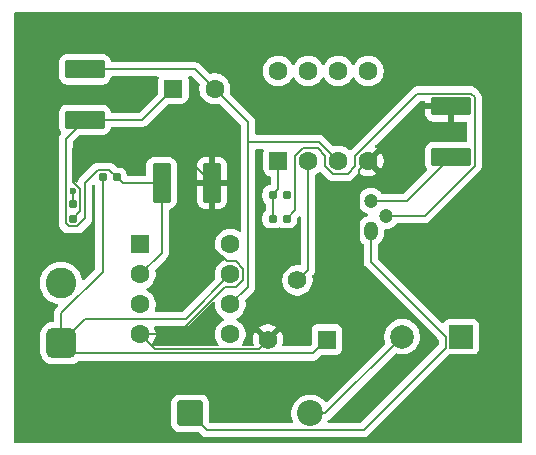
<source format=gbr>
%TF.GenerationSoftware,KiCad,Pcbnew,9.0.6*%
%TF.CreationDate,2025-12-28T16:01:46+05:30*%
%TF.ProjectId,Temp,54656d70-2e6b-4696-9361-645f70636258,rev?*%
%TF.SameCoordinates,Original*%
%TF.FileFunction,Copper,L1,Top*%
%TF.FilePolarity,Positive*%
%FSLAX46Y46*%
G04 Gerber Fmt 4.6, Leading zero omitted, Abs format (unit mm)*
G04 Created by KiCad (PCBNEW 9.0.6) date 2025-12-28 16:01:46*
%MOMM*%
%LPD*%
G01*
G04 APERTURE LIST*
G04 Aperture macros list*
%AMRoundRect*
0 Rectangle with rounded corners*
0 $1 Rounding radius*
0 $2 $3 $4 $5 $6 $7 $8 $9 X,Y pos of 4 corners*
0 Add a 4 corners polygon primitive as box body*
4,1,4,$2,$3,$4,$5,$6,$7,$8,$9,$2,$3,0*
0 Add four circle primitives for the rounded corners*
1,1,$1+$1,$2,$3*
1,1,$1+$1,$4,$5*
1,1,$1+$1,$6,$7*
1,1,$1+$1,$8,$9*
0 Add four rect primitives between the rounded corners*
20,1,$1+$1,$2,$3,$4,$5,0*
20,1,$1+$1,$4,$5,$6,$7,0*
20,1,$1+$1,$6,$7,$8,$9,0*
20,1,$1+$1,$8,$9,$2,$3,0*%
G04 Aperture macros list end*
%TA.AperFunction,ComponentPad*%
%ADD10RoundRect,0.650000X0.650000X-0.650000X0.650000X0.650000X-0.650000X0.650000X-0.650000X-0.650000X0*%
%TD*%
%TA.AperFunction,ComponentPad*%
%ADD11C,2.600000*%
%TD*%
%TA.AperFunction,SMDPad,CuDef*%
%ADD12RoundRect,0.160000X-0.160000X0.197500X-0.160000X-0.197500X0.160000X-0.197500X0.160000X0.197500X0*%
%TD*%
%TA.AperFunction,SMDPad,CuDef*%
%ADD13RoundRect,0.250000X1.450000X-0.537500X1.450000X0.537500X-1.450000X0.537500X-1.450000X-0.537500X0*%
%TD*%
%TA.AperFunction,ComponentPad*%
%ADD14RoundRect,0.249999X-0.850001X-0.850001X0.850001X-0.850001X0.850001X0.850001X-0.850001X0.850001X0*%
%TD*%
%TA.AperFunction,ComponentPad*%
%ADD15C,2.200000*%
%TD*%
%TA.AperFunction,SMDPad,CuDef*%
%ADD16RoundRect,0.250000X-1.450000X0.537500X-1.450000X-0.537500X1.450000X-0.537500X1.450000X0.537500X0*%
%TD*%
%TA.AperFunction,ComponentPad*%
%ADD17RoundRect,0.250000X-0.550000X-0.550000X0.550000X-0.550000X0.550000X0.550000X-0.550000X0.550000X0*%
%TD*%
%TA.AperFunction,ComponentPad*%
%ADD18C,1.600000*%
%TD*%
%TA.AperFunction,ComponentPad*%
%ADD19R,2.000000X2.000000*%
%TD*%
%TA.AperFunction,ComponentPad*%
%ADD20C,2.000000*%
%TD*%
%TA.AperFunction,ComponentPad*%
%ADD21R,1.560000X1.560000*%
%TD*%
%TA.AperFunction,ComponentPad*%
%ADD22C,1.560000*%
%TD*%
%TA.AperFunction,ComponentPad*%
%ADD23RoundRect,0.250000X0.550000X-0.550000X0.550000X0.550000X-0.550000X0.550000X-0.550000X-0.550000X0*%
%TD*%
%TA.AperFunction,SMDPad,CuDef*%
%ADD24RoundRect,0.160000X-0.197500X-0.160000X0.197500X-0.160000X0.197500X0.160000X-0.197500X0.160000X0*%
%TD*%
%TA.AperFunction,SMDPad,CuDef*%
%ADD25RoundRect,0.250000X0.537500X1.450000X-0.537500X1.450000X-0.537500X-1.450000X0.537500X-1.450000X0*%
%TD*%
%TA.AperFunction,ComponentPad*%
%ADD26O,1.200000X1.600000*%
%TD*%
%TA.AperFunction,ComponentPad*%
%ADD27C,1.200000*%
%TD*%
%TA.AperFunction,ViaPad*%
%ADD28C,0.600000*%
%TD*%
%TA.AperFunction,Conductor*%
%ADD29C,0.200000*%
%TD*%
G04 APERTURE END LIST*
D10*
%TO.P,TH1,1*%
%TO.N,Vcc*%
X109000000Y-80040000D03*
D11*
%TO.P,TH1,2*%
%TO.N,Temp_V*%
X109000000Y-74960000D03*
%TD*%
D12*
%TO.P,R1,1*%
%TO.N,Temp_V*%
X110000000Y-68305000D03*
%TO.P,R1,2*%
%TO.N,Gnd*%
X110000000Y-69500000D03*
%TD*%
D13*
%TO.P,R4,1*%
%TO.N,Net-(U1--)*%
X111000000Y-61137500D03*
%TO.P,R4,2*%
%TO.N,Vout*%
X111000000Y-56862500D03*
%TD*%
D14*
%TO.P,D1,1,K*%
%TO.N,Net-(D1-K)*%
X119920000Y-86000000D03*
D15*
%TO.P,D1,2,A*%
%TO.N,Net-(BZ1--)*%
X130080000Y-86000000D03*
%TD*%
D16*
%TO.P,R7,1*%
%TO.N,Gnd*%
X142000000Y-60000000D03*
%TO.P,R7,2*%
%TO.N,Net-(Q1-E)*%
X142000000Y-64275000D03*
%TD*%
D17*
%TO.P,U1,1,NULL*%
%TO.N,unconnected-(U1-NULL-Pad1)*%
X115695000Y-71690000D03*
D18*
%TO.P,U1,2,-*%
%TO.N,Net-(U1--)*%
X115695000Y-74230000D03*
%TO.P,U1,3,+*%
%TO.N,Temp_V*%
X115695000Y-76770000D03*
%TO.P,U1,4,V-*%
%TO.N,Gnd*%
X115695000Y-79310000D03*
%TO.P,U1,5,NULL*%
%TO.N,unconnected-(U1-NULL-Pad5)*%
X123315000Y-79310000D03*
%TO.P,U1,6*%
%TO.N,Vout*%
X123315000Y-76770000D03*
%TO.P,U1,7,V+*%
%TO.N,Vcc*%
X123315000Y-74230000D03*
%TO.P,U1,8,NC*%
%TO.N,unconnected-(U1-NC-Pad8)*%
X123315000Y-71690000D03*
%TD*%
D17*
%TO.P,C1,1*%
%TO.N,Net-(U1--)*%
X118500000Y-58500000D03*
D18*
%TO.P,C1,2*%
%TO.N,Vout*%
X122000000Y-58500000D03*
%TD*%
D19*
%TO.P,BZ1,1,+*%
%TO.N,Vcc*%
X142870785Y-79500000D03*
D20*
%TO.P,BZ1,2,-*%
%TO.N,Net-(BZ1--)*%
X137870785Y-79500000D03*
%TD*%
D21*
%TO.P,RV1,1,1*%
%TO.N,Vcc*%
X131500000Y-79740000D03*
D22*
%TO.P,RV1,2,2*%
%TO.N,Net-(U2A--)*%
X129000000Y-74740000D03*
%TO.P,RV1,3,3*%
%TO.N,Gnd*%
X126500000Y-79740000D03*
%TD*%
D23*
%TO.P,U2,1*%
%TO.N,Comp_out*%
X127380000Y-64620000D03*
D18*
%TO.P,U2,2,-*%
%TO.N,Net-(U2A--)*%
X129920000Y-64620000D03*
%TO.P,U2,3,+*%
%TO.N,Vout*%
X132460000Y-64620000D03*
%TO.P,U2,4,V-*%
%TO.N,Gnd*%
X135000000Y-64620000D03*
%TO.P,U2,5*%
%TO.N,N/C*%
X135000000Y-57000000D03*
%TO.P,U2,6*%
X132460000Y-57000000D03*
%TO.P,U2,7*%
X129920000Y-57000000D03*
%TO.P,U2,8,V+*%
%TO.N,Vcc*%
X127380000Y-57000000D03*
%TD*%
D24*
%TO.P,R6,1*%
%TO.N,Comp_out*%
X126902500Y-69500000D03*
%TO.P,R6,2*%
%TO.N,Net-(Q1-B)*%
X128097500Y-69500000D03*
%TD*%
%TO.P,R2,1*%
%TO.N,Vcc*%
X112500000Y-66000000D03*
%TO.P,R2,2*%
%TO.N,Net-(U1--)*%
X113695000Y-66000000D03*
%TD*%
D25*
%TO.P,R3,1*%
%TO.N,Gnd*%
X121775000Y-66500000D03*
%TO.P,R3,2*%
%TO.N,Net-(U1--)*%
X117500000Y-66500000D03*
%TD*%
D24*
%TO.P,R5,1*%
%TO.N,Comp_out*%
X126902500Y-67510000D03*
%TO.P,R5,2*%
%TO.N,Vcc*%
X128097500Y-67510000D03*
%TD*%
D26*
%TO.P,Q1,1,C*%
%TO.N,Net-(D1-K)*%
X135221961Y-70548039D03*
D27*
%TO.P,Q1,2,B*%
%TO.N,Net-(Q1-B)*%
X136491961Y-69278039D03*
%TO.P,Q1,3,E*%
%TO.N,Net-(Q1-E)*%
X135221961Y-68008039D03*
%TD*%
D28*
%TO.N,Temp_V*%
X109979000Y-67206527D03*
%TD*%
D29*
%TO.N,Vcc*%
X131500000Y-79740000D02*
X130319000Y-80921000D01*
X109000000Y-77500000D02*
X109000000Y-80040000D01*
X109881000Y-80921000D02*
X109000000Y-80040000D01*
X109000000Y-80040000D02*
X111040000Y-78000000D01*
X111040000Y-78000000D02*
X119545000Y-78000000D01*
X112500000Y-66000000D02*
X112500000Y-74000000D01*
X130319000Y-80921000D02*
X109881000Y-80921000D01*
X119545000Y-78000000D02*
X123315000Y-74230000D01*
X112500000Y-74000000D02*
X109000000Y-77500000D01*
%TO.N,Net-(BZ1--)*%
X137870785Y-79500000D02*
X131370785Y-86000000D01*
X131370785Y-86000000D02*
X130080000Y-86000000D01*
%TO.N,Vout*%
X120362500Y-56862500D02*
X122000000Y-58500000D01*
X130840000Y-63000000D02*
X124817000Y-63000000D01*
X132460000Y-64620000D02*
X130840000Y-63000000D01*
X124817000Y-63000000D02*
X124817000Y-75268000D01*
X124817000Y-75268000D02*
X123315000Y-76770000D01*
X122000000Y-58500000D02*
X124817000Y-61317000D01*
X124817000Y-61317000D02*
X124817000Y-63000000D01*
X111000000Y-56862500D02*
X120362500Y-56862500D01*
%TO.N,Net-(U1--)*%
X113695000Y-66000000D02*
X113074000Y-65379000D01*
X113074000Y-65379000D02*
X112107114Y-65379000D01*
X111000000Y-61137500D02*
X115862500Y-61137500D01*
X110355386Y-70158500D02*
X109644614Y-70158500D01*
X115862500Y-61137500D02*
X118500000Y-58500000D01*
X117500000Y-72425000D02*
X115695000Y-74230000D01*
X117500000Y-66500000D02*
X117500000Y-72425000D01*
X111022000Y-69491886D02*
X110355386Y-70158500D01*
X117500000Y-66500000D02*
X114195000Y-66500000D01*
X109644614Y-70158500D02*
X109379000Y-69892886D01*
X109379000Y-62758500D02*
X111000000Y-61137500D01*
X111022000Y-66464114D02*
X111022000Y-69491886D01*
X109379000Y-69892886D02*
X109379000Y-62758500D01*
X112107114Y-65379000D02*
X111022000Y-66464114D01*
X114195000Y-66500000D02*
X113695000Y-66000000D01*
%TO.N,Net-(D1-K)*%
X141569785Y-80430215D02*
X141569785Y-79500000D01*
X121321000Y-87401000D02*
X134599000Y-87401000D01*
X135221961Y-73152176D02*
X135221961Y-70548039D01*
X119920000Y-86000000D02*
X121321000Y-87401000D01*
X141569785Y-79500000D02*
X135221961Y-73152176D01*
X134599000Y-87401000D02*
X141569785Y-80430215D01*
%TO.N,Net-(Q1-B)*%
X130714050Y-63519000D02*
X131359000Y-64163950D01*
X143685160Y-58911500D02*
X144001000Y-59227340D01*
X133899000Y-64163950D02*
X139151450Y-58911500D01*
X128097500Y-69500000D02*
X128819000Y-68778500D01*
X133254050Y-65721000D02*
X133899000Y-65076050D01*
X144001000Y-65047660D02*
X139770621Y-69278039D01*
X131359000Y-64163950D02*
X131359000Y-65076050D01*
X133899000Y-65076050D02*
X133899000Y-64163950D01*
X139770621Y-69278039D02*
X136491961Y-69278039D01*
X132003950Y-65721000D02*
X133254050Y-65721000D01*
X129463950Y-63519000D02*
X130714050Y-63519000D01*
X128819000Y-68778500D02*
X128819000Y-64163950D01*
X128819000Y-64163950D02*
X129463950Y-63519000D01*
X139151450Y-58911500D02*
X143685160Y-58911500D01*
X131359000Y-65076050D02*
X132003950Y-65721000D01*
X144001000Y-59227340D02*
X144001000Y-65047660D01*
%TO.N,Net-(Q1-E)*%
X138266961Y-68008039D02*
X142000000Y-64275000D01*
X135221961Y-68008039D02*
X138266961Y-68008039D01*
%TO.N,Temp_V*%
X110000000Y-68305000D02*
X110000000Y-67227527D01*
X110000000Y-67227527D02*
X109979000Y-67206527D01*
%TO.N,Gnd*%
X110621000Y-67000000D02*
X110621000Y-68879000D01*
X135000000Y-64620000D02*
X134200001Y-65419999D01*
X125720000Y-80520000D02*
X116905000Y-80520000D01*
X123000000Y-73129000D02*
X123771050Y-73129000D01*
X123771050Y-73129000D02*
X124416000Y-73773950D01*
X124416000Y-74686050D02*
X123771050Y-75331000D01*
X134200001Y-65419999D02*
X134200001Y-72039999D01*
X110621000Y-68879000D02*
X110000000Y-69500000D01*
X121775000Y-66500000D02*
X121775000Y-71904000D01*
X139620000Y-60000000D02*
X135000000Y-64620000D01*
X110000000Y-63500000D02*
X110000000Y-66379000D01*
X142000000Y-60000000D02*
X139620000Y-60000000D01*
X134200001Y-72039999D02*
X126500000Y-79740000D01*
X116905000Y-80520000D02*
X115695000Y-79310000D01*
X126500000Y-79740000D02*
X125720000Y-80520000D01*
X118879950Y-79310000D02*
X115695000Y-79310000D01*
X113791114Y-63500000D02*
X110000000Y-63500000D01*
X117775000Y-62500000D02*
X114791114Y-62500000D01*
X123771050Y-75331000D02*
X122858950Y-75331000D01*
X114791114Y-62500000D02*
X113791114Y-63500000D01*
X110000000Y-66379000D02*
X110621000Y-67000000D01*
X121775000Y-66500000D02*
X117775000Y-62500000D01*
X122858950Y-75331000D02*
X118879950Y-79310000D01*
X124416000Y-73773950D02*
X124416000Y-74686050D01*
X121775000Y-71904000D02*
X123000000Y-73129000D01*
%TO.N,Comp_out*%
X127380000Y-67032500D02*
X126902500Y-67510000D01*
X127380000Y-64620000D02*
X127380000Y-67032500D01*
X126902500Y-67510000D02*
X126902500Y-69500000D01*
%TO.N,Net-(U2A--)*%
X129000000Y-74740000D02*
X129920000Y-73820000D01*
X129920000Y-73820000D02*
X129920000Y-64620000D01*
%TD*%
%TA.AperFunction,Conductor*%
%TO.N,Gnd*%
G36*
X121920398Y-76561953D02*
G01*
X121933834Y-76562914D01*
X121951560Y-76576184D01*
X121971703Y-76585383D01*
X121978985Y-76596714D01*
X121989767Y-76604786D01*
X121997504Y-76625531D01*
X122009477Y-76644161D01*
X122012628Y-76666079D01*
X122014184Y-76670250D01*
X122014500Y-76679096D01*
X122014500Y-76872351D01*
X122046522Y-77074534D01*
X122109781Y-77269223D01*
X122173691Y-77394653D01*
X122197014Y-77440426D01*
X122202715Y-77451613D01*
X122323028Y-77617213D01*
X122467786Y-77761971D01*
X122622749Y-77874556D01*
X122633390Y-77882287D01*
X122724840Y-77928883D01*
X122726080Y-77929515D01*
X122776876Y-77977490D01*
X122793671Y-78045311D01*
X122771134Y-78111446D01*
X122726080Y-78150485D01*
X122633386Y-78197715D01*
X122467786Y-78318028D01*
X122323028Y-78462786D01*
X122202715Y-78628386D01*
X122109781Y-78810776D01*
X122046522Y-79005465D01*
X122014500Y-79207648D01*
X122014500Y-79412351D01*
X122046522Y-79614534D01*
X122109781Y-79809223D01*
X122172846Y-79932993D01*
X122195556Y-79977564D01*
X122202715Y-79991613D01*
X122298619Y-80123615D01*
X122322099Y-80189421D01*
X122306273Y-80257475D01*
X122256167Y-80306170D01*
X122198301Y-80320500D01*
X116811081Y-80320500D01*
X116744042Y-80300815D01*
X116698287Y-80248011D01*
X116688343Y-80178853D01*
X116710763Y-80123614D01*
X116806859Y-79991349D01*
X116899755Y-79809031D01*
X116962990Y-79614417D01*
X116995000Y-79412317D01*
X116995000Y-79207682D01*
X116962990Y-79005582D01*
X116899754Y-78810965D01*
X116884381Y-78780794D01*
X116871485Y-78712125D01*
X116897762Y-78647385D01*
X116954869Y-78607128D01*
X116994866Y-78600500D01*
X119458331Y-78600500D01*
X119458347Y-78600501D01*
X119465943Y-78600501D01*
X119624054Y-78600501D01*
X119624057Y-78600501D01*
X119776785Y-78559577D01*
X119841021Y-78522490D01*
X119913716Y-78480520D01*
X120025520Y-78368716D01*
X120025520Y-78368714D01*
X120035724Y-78358511D01*
X120035728Y-78358506D01*
X121802819Y-76591415D01*
X121822255Y-76580802D01*
X121838989Y-76566302D01*
X121852320Y-76564385D01*
X121864142Y-76557930D01*
X121886228Y-76559509D01*
X121908147Y-76556358D01*
X121920398Y-76561953D01*
G37*
%TD.AperFunction*%
%TA.AperFunction,Conductor*%
G36*
X120129442Y-57482685D02*
G01*
X120150084Y-57499319D01*
X120705921Y-58055157D01*
X120739406Y-58116480D01*
X120736173Y-58181149D01*
X120731523Y-58195460D01*
X120731523Y-58195462D01*
X120699500Y-58397648D01*
X120699500Y-58602351D01*
X120731522Y-58804534D01*
X120794781Y-58999223D01*
X120887715Y-59181613D01*
X121008028Y-59347213D01*
X121152786Y-59491971D01*
X121280129Y-59584489D01*
X121318390Y-59612287D01*
X121434607Y-59671503D01*
X121500776Y-59705218D01*
X121500778Y-59705218D01*
X121500781Y-59705220D01*
X121591856Y-59734812D01*
X121695465Y-59768477D01*
X121796557Y-59784488D01*
X121897648Y-59800500D01*
X121897649Y-59800500D01*
X122102351Y-59800500D01*
X122102352Y-59800500D01*
X122304534Y-59768477D01*
X122318842Y-59763827D01*
X122388682Y-59761831D01*
X122444842Y-59794077D01*
X124180181Y-61529416D01*
X124213666Y-61590739D01*
X124216500Y-61617097D01*
X124216500Y-70494108D01*
X124196815Y-70561147D01*
X124144011Y-70606902D01*
X124074853Y-70616846D01*
X124019616Y-70594427D01*
X123996612Y-70577714D01*
X123814223Y-70484781D01*
X123619534Y-70421522D01*
X123444995Y-70393878D01*
X123417352Y-70389500D01*
X123212648Y-70389500D01*
X123188329Y-70393351D01*
X123010465Y-70421522D01*
X122815776Y-70484781D01*
X122633386Y-70577715D01*
X122467786Y-70698028D01*
X122323028Y-70842786D01*
X122202715Y-71008386D01*
X122109781Y-71190776D01*
X122046522Y-71385465D01*
X122014500Y-71587648D01*
X122014500Y-71792351D01*
X122046522Y-71994534D01*
X122109781Y-72189223D01*
X122202715Y-72371613D01*
X122323028Y-72537213D01*
X122467786Y-72681971D01*
X122621583Y-72793709D01*
X122633390Y-72802287D01*
X122724840Y-72848883D01*
X122726080Y-72849515D01*
X122776876Y-72897490D01*
X122793671Y-72965311D01*
X122771134Y-73031446D01*
X122726080Y-73070485D01*
X122633386Y-73117715D01*
X122467786Y-73238028D01*
X122323028Y-73382786D01*
X122202715Y-73548386D01*
X122109781Y-73730776D01*
X122046522Y-73925465D01*
X122014500Y-74127648D01*
X122014500Y-74332351D01*
X122046522Y-74534534D01*
X122051173Y-74548848D01*
X122053165Y-74618690D01*
X122020921Y-74674842D01*
X119332584Y-77363181D01*
X119271261Y-77396666D01*
X119244903Y-77399500D01*
X117028560Y-77399500D01*
X116961521Y-77379815D01*
X116915766Y-77327011D01*
X116905822Y-77257853D01*
X116910627Y-77237189D01*
X116963477Y-77074534D01*
X116995500Y-76872352D01*
X116995500Y-76667648D01*
X116988829Y-76625531D01*
X116963477Y-76465465D01*
X116900218Y-76270776D01*
X116838528Y-76149704D01*
X116807287Y-76088390D01*
X116799556Y-76077749D01*
X116686971Y-75922786D01*
X116542213Y-75778028D01*
X116376614Y-75657715D01*
X116335387Y-75636709D01*
X116283917Y-75610483D01*
X116233123Y-75562511D01*
X116216328Y-75494690D01*
X116238865Y-75428555D01*
X116283917Y-75389516D01*
X116376610Y-75342287D01*
X116529039Y-75231542D01*
X116542213Y-75221971D01*
X116542215Y-75221968D01*
X116542219Y-75221966D01*
X116686966Y-75077219D01*
X116686968Y-75077215D01*
X116686971Y-75077213D01*
X116739732Y-75004590D01*
X116807287Y-74911610D01*
X116900220Y-74729219D01*
X116963477Y-74534534D01*
X116995500Y-74332352D01*
X116995500Y-74127648D01*
X116987804Y-74079055D01*
X116963478Y-73925472D01*
X116963477Y-73925471D01*
X116963477Y-73925466D01*
X116958825Y-73911151D01*
X116956832Y-73841312D01*
X116989075Y-73785158D01*
X117858506Y-72915728D01*
X117858511Y-72915724D01*
X117868714Y-72905520D01*
X117868716Y-72905520D01*
X117980520Y-72793716D01*
X118059577Y-72656784D01*
X118100500Y-72504057D01*
X118100500Y-68809296D01*
X118120185Y-68742257D01*
X118172989Y-68696502D01*
X118185496Y-68691590D01*
X118203735Y-68685546D01*
X118356834Y-68634814D01*
X118506156Y-68542712D01*
X118630212Y-68418656D01*
X118722314Y-68269334D01*
X118777499Y-68102797D01*
X118788000Y-68000009D01*
X118788000Y-67999986D01*
X120487501Y-67999986D01*
X120497994Y-68102697D01*
X120553141Y-68269119D01*
X120553143Y-68269124D01*
X120645184Y-68418345D01*
X120769154Y-68542315D01*
X120918375Y-68634356D01*
X120918380Y-68634358D01*
X121084802Y-68689505D01*
X121084809Y-68689506D01*
X121187519Y-68699999D01*
X121524999Y-68699999D01*
X122025000Y-68699999D01*
X122362472Y-68699999D01*
X122362486Y-68699998D01*
X122465197Y-68689505D01*
X122631619Y-68634358D01*
X122631624Y-68634356D01*
X122780845Y-68542315D01*
X122904815Y-68418345D01*
X122996856Y-68269124D01*
X122996858Y-68269119D01*
X123052005Y-68102697D01*
X123052006Y-68102690D01*
X123062499Y-67999986D01*
X123062500Y-67999973D01*
X123062500Y-66750000D01*
X122025000Y-66750000D01*
X122025000Y-68699999D01*
X121524999Y-68699999D01*
X121525000Y-68699998D01*
X121525000Y-66750000D01*
X120487501Y-66750000D01*
X120487501Y-67999986D01*
X118788000Y-67999986D01*
X118787999Y-66497133D01*
X118787999Y-65000013D01*
X120487500Y-65000013D01*
X120487500Y-66250000D01*
X121525000Y-66250000D01*
X122025000Y-66250000D01*
X123062499Y-66250000D01*
X123062499Y-65000028D01*
X123062498Y-65000013D01*
X123052005Y-64897302D01*
X122996858Y-64730880D01*
X122996856Y-64730875D01*
X122904815Y-64581654D01*
X122780845Y-64457684D01*
X122631624Y-64365643D01*
X122631619Y-64365641D01*
X122465197Y-64310494D01*
X122465190Y-64310493D01*
X122362486Y-64300000D01*
X122025000Y-64300000D01*
X122025000Y-66250000D01*
X121525000Y-66250000D01*
X121525000Y-64300000D01*
X121187528Y-64300000D01*
X121187512Y-64300001D01*
X121084802Y-64310494D01*
X120918380Y-64365641D01*
X120918375Y-64365643D01*
X120769154Y-64457684D01*
X120645184Y-64581654D01*
X120553143Y-64730875D01*
X120553141Y-64730880D01*
X120497994Y-64897302D01*
X120497993Y-64897309D01*
X120487500Y-65000013D01*
X118787999Y-65000013D01*
X118787999Y-64999998D01*
X118787998Y-64999981D01*
X118777499Y-64897203D01*
X118777498Y-64897200D01*
X118767029Y-64865606D01*
X118722314Y-64730666D01*
X118630212Y-64581344D01*
X118506156Y-64457288D01*
X118356834Y-64365186D01*
X118190297Y-64310001D01*
X118190295Y-64310000D01*
X118087510Y-64299500D01*
X116912498Y-64299500D01*
X116912481Y-64299501D01*
X116809703Y-64310000D01*
X116809700Y-64310001D01*
X116643168Y-64365185D01*
X116643163Y-64365187D01*
X116493842Y-64457289D01*
X116369789Y-64581342D01*
X116277687Y-64730663D01*
X116277685Y-64730668D01*
X116277615Y-64730880D01*
X116222501Y-64897203D01*
X116222501Y-64897204D01*
X116222500Y-64897204D01*
X116212000Y-64999983D01*
X116212000Y-65775500D01*
X116192315Y-65842539D01*
X116139511Y-65888294D01*
X116088000Y-65899500D01*
X114676500Y-65899500D01*
X114609461Y-65879815D01*
X114563706Y-65827011D01*
X114553009Y-65786721D01*
X114546953Y-65720073D01*
X114546952Y-65720070D01*
X114546952Y-65720067D01*
X114516112Y-65621100D01*
X114499234Y-65566933D01*
X114499232Y-65566929D01*
X114416257Y-65429670D01*
X114416253Y-65429665D01*
X114302834Y-65316246D01*
X114302829Y-65316242D01*
X114165570Y-65233267D01*
X114165566Y-65233265D01*
X114012433Y-65185548D01*
X114012435Y-65185548D01*
X113985812Y-65183128D01*
X113945881Y-65179500D01*
X113945878Y-65179500D01*
X113775097Y-65179500D01*
X113745656Y-65170855D01*
X113715670Y-65164332D01*
X113710654Y-65160577D01*
X113708058Y-65159815D01*
X113687416Y-65143181D01*
X113561590Y-65017355D01*
X113561588Y-65017352D01*
X113442717Y-64898481D01*
X113442716Y-64898480D01*
X113348812Y-64844265D01*
X113305785Y-64819423D01*
X113153057Y-64778499D01*
X112994943Y-64778499D01*
X112987347Y-64778499D01*
X112987331Y-64778500D01*
X112193783Y-64778500D01*
X112193767Y-64778499D01*
X112186171Y-64778499D01*
X112028057Y-64778499D01*
X111913511Y-64809192D01*
X111875328Y-64819423D01*
X111832302Y-64844265D01*
X111832301Y-64844265D01*
X111738401Y-64898477D01*
X111738396Y-64898481D01*
X110541481Y-66095396D01*
X110541479Y-66095399D01*
X110496946Y-66172532D01*
X110496944Y-66172536D01*
X110491360Y-66182209D01*
X110462423Y-66232329D01*
X110423423Y-66377873D01*
X110421705Y-66382674D01*
X110404017Y-66406962D01*
X110388372Y-66432629D01*
X110383658Y-66434918D01*
X110380574Y-66439154D01*
X110352556Y-66450026D01*
X110325525Y-66463157D01*
X110320260Y-66462559D01*
X110315437Y-66464431D01*
X110288630Y-66458968D01*
X110257511Y-66455435D01*
X110212501Y-66436791D01*
X110212491Y-66436788D01*
X110079308Y-66410296D01*
X110017397Y-66377911D01*
X109982823Y-66317195D01*
X109979500Y-66288679D01*
X109979500Y-63058596D01*
X109999185Y-62991557D01*
X110015815Y-62970919D01*
X110524916Y-62461817D01*
X110586239Y-62428333D01*
X110612597Y-62425499D01*
X112500002Y-62425499D01*
X112500008Y-62425499D01*
X112602797Y-62414999D01*
X112769334Y-62359814D01*
X112918656Y-62267712D01*
X113042712Y-62143656D01*
X113134814Y-61994334D01*
X113189999Y-61827797D01*
X113189999Y-61827796D01*
X113191590Y-61822996D01*
X113231363Y-61765551D01*
X113295879Y-61738728D01*
X113309296Y-61738000D01*
X115775831Y-61738000D01*
X115775847Y-61738001D01*
X115783443Y-61738001D01*
X115941554Y-61738001D01*
X115941557Y-61738001D01*
X116094285Y-61697077D01*
X116144404Y-61668139D01*
X116231216Y-61618020D01*
X116343020Y-61506216D01*
X116343020Y-61506214D01*
X116353228Y-61496007D01*
X116353230Y-61496004D01*
X118012416Y-59836818D01*
X118073739Y-59803333D01*
X118100097Y-59800499D01*
X119100002Y-59800499D01*
X119100008Y-59800499D01*
X119202797Y-59789999D01*
X119369334Y-59734814D01*
X119518656Y-59642712D01*
X119642712Y-59518656D01*
X119734814Y-59369334D01*
X119789999Y-59202797D01*
X119800500Y-59100009D01*
X119800499Y-57899992D01*
X119789999Y-57797203D01*
X119734814Y-57630666D01*
X119734813Y-57630665D01*
X119733269Y-57626004D01*
X119732289Y-57597539D01*
X119728237Y-57569353D01*
X119731104Y-57563074D01*
X119730867Y-57556176D01*
X119745430Y-57531704D01*
X119757262Y-57505797D01*
X119763069Y-57502064D01*
X119766599Y-57496134D01*
X119792081Y-57483420D01*
X119816040Y-57468023D01*
X119825735Y-57466628D01*
X119829119Y-57464941D01*
X119850975Y-57463000D01*
X120062403Y-57463000D01*
X120129442Y-57482685D01*
G37*
%TD.AperFunction*%
%TA.AperFunction,Conductor*%
G36*
X147942539Y-52020185D02*
G01*
X147988294Y-52072989D01*
X147999500Y-52124500D01*
X147999500Y-88375500D01*
X147979815Y-88442539D01*
X147927011Y-88488294D01*
X147875500Y-88499500D01*
X105124500Y-88499500D01*
X105057461Y-88479815D01*
X105011706Y-88427011D01*
X105000500Y-88375500D01*
X105000500Y-74841995D01*
X107199500Y-74841995D01*
X107199500Y-75078004D01*
X107199501Y-75078020D01*
X107230306Y-75312010D01*
X107291394Y-75539993D01*
X107381714Y-75758045D01*
X107381719Y-75758056D01*
X107452677Y-75880957D01*
X107499727Y-75962450D01*
X107499729Y-75962453D01*
X107499730Y-75962454D01*
X107643406Y-76149697D01*
X107643412Y-76149704D01*
X107810295Y-76316587D01*
X107810301Y-76316592D01*
X107997550Y-76460273D01*
X108128918Y-76536118D01*
X108201943Y-76578280D01*
X108201948Y-76578282D01*
X108201951Y-76578284D01*
X108420007Y-76668606D01*
X108647986Y-76729693D01*
X108647992Y-76729693D01*
X108647993Y-76729694D01*
X108648228Y-76729741D01*
X108648291Y-76729774D01*
X108651907Y-76730743D01*
X108651690Y-76731551D01*
X108657234Y-76734451D01*
X108667375Y-76735177D01*
X108687674Y-76750372D01*
X108710140Y-76762123D01*
X108715170Y-76770955D01*
X108723309Y-76777048D01*
X108732170Y-76800806D01*
X108744717Y-76822837D01*
X108744173Y-76832987D01*
X108747726Y-76842512D01*
X108742336Y-76867287D01*
X108740981Y-76892607D01*
X108734640Y-76902670D01*
X108732875Y-76910785D01*
X108711724Y-76939040D01*
X108631286Y-77019478D01*
X108631285Y-77019478D01*
X108631284Y-77019479D01*
X108519481Y-77131282D01*
X108519477Y-77131287D01*
X108481801Y-77196546D01*
X108481801Y-77196547D01*
X108440423Y-77268214D01*
X108426781Y-77319124D01*
X108399499Y-77420943D01*
X108399499Y-77420945D01*
X108399499Y-77589046D01*
X108399500Y-77589059D01*
X108399500Y-78115546D01*
X108379815Y-78182585D01*
X108327011Y-78228340D01*
X108281118Y-78239164D01*
X108281131Y-78239351D01*
X108279994Y-78239429D01*
X108279820Y-78239471D01*
X108278980Y-78239500D01*
X108190375Y-78245650D01*
X108190359Y-78245652D01*
X107982823Y-78294465D01*
X107982817Y-78294467D01*
X107914379Y-78324685D01*
X107814665Y-78368713D01*
X107787761Y-78380592D01*
X107611858Y-78501088D01*
X107611852Y-78501093D01*
X107461093Y-78651852D01*
X107461088Y-78651858D01*
X107340592Y-78827761D01*
X107340591Y-78827763D01*
X107298097Y-78924003D01*
X107254467Y-79022817D01*
X107254465Y-79022823D01*
X107205652Y-79230359D01*
X107205650Y-79230375D01*
X107199500Y-79318984D01*
X107199500Y-80761015D01*
X107205650Y-80849624D01*
X107205652Y-80849640D01*
X107254465Y-81057176D01*
X107254467Y-81057182D01*
X107254468Y-81057185D01*
X107340591Y-81252237D01*
X107366263Y-81289713D01*
X107461088Y-81428141D01*
X107461093Y-81428147D01*
X107611852Y-81578906D01*
X107611858Y-81578911D01*
X107787763Y-81699409D01*
X107982815Y-81785532D01*
X107982821Y-81785533D01*
X107982823Y-81785534D01*
X108190359Y-81834347D01*
X108190364Y-81834347D01*
X108190370Y-81834349D01*
X108239602Y-81837766D01*
X108278984Y-81840500D01*
X108278988Y-81840500D01*
X109721016Y-81840500D01*
X109756459Y-81838039D01*
X109809630Y-81834349D01*
X109809636Y-81834347D01*
X109809640Y-81834347D01*
X110017176Y-81785534D01*
X110017174Y-81785534D01*
X110017185Y-81785532D01*
X110212237Y-81699409D01*
X110388142Y-81578911D01*
X110388147Y-81578906D01*
X110409235Y-81557819D01*
X110470558Y-81524334D01*
X110496916Y-81521500D01*
X130232331Y-81521500D01*
X130232347Y-81521501D01*
X130239943Y-81521501D01*
X130398054Y-81521501D01*
X130398057Y-81521501D01*
X130550785Y-81480577D01*
X130600904Y-81451639D01*
X130687716Y-81401520D01*
X130799520Y-81289716D01*
X130799520Y-81289714D01*
X130809728Y-81279507D01*
X130809730Y-81279504D01*
X131032416Y-81056818D01*
X131093739Y-81023333D01*
X131120097Y-81020499D01*
X132327871Y-81020499D01*
X132327872Y-81020499D01*
X132387483Y-81014091D01*
X132522331Y-80963796D01*
X132637546Y-80877546D01*
X132723796Y-80762331D01*
X132774091Y-80627483D01*
X132780500Y-80567873D01*
X132780499Y-78912128D01*
X132774091Y-78852517D01*
X132764858Y-78827763D01*
X132723797Y-78717671D01*
X132723793Y-78717664D01*
X132637547Y-78602455D01*
X132637544Y-78602452D01*
X132522335Y-78516206D01*
X132522328Y-78516202D01*
X132387482Y-78465908D01*
X132387483Y-78465908D01*
X132327883Y-78459501D01*
X132327881Y-78459500D01*
X132327873Y-78459500D01*
X132327864Y-78459500D01*
X130672129Y-78459500D01*
X130672123Y-78459501D01*
X130612516Y-78465908D01*
X130477671Y-78516202D01*
X130477664Y-78516206D01*
X130362455Y-78602452D01*
X130362452Y-78602455D01*
X130276206Y-78717664D01*
X130276202Y-78717671D01*
X130225908Y-78852517D01*
X130219501Y-78912116D01*
X130219501Y-78912123D01*
X130219500Y-78912135D01*
X130219500Y-80119901D01*
X130210856Y-80149337D01*
X130204333Y-80179327D01*
X130200577Y-80184344D01*
X130199815Y-80186940D01*
X130183182Y-80207582D01*
X130106584Y-80284181D01*
X130045261Y-80317666D01*
X130018902Y-80320500D01*
X127827928Y-80320500D01*
X127760889Y-80300815D01*
X127715134Y-80248011D01*
X127705190Y-80178853D01*
X127709997Y-80158183D01*
X127748481Y-80039737D01*
X127780000Y-79840737D01*
X127780000Y-79639262D01*
X127748481Y-79440264D01*
X127686224Y-79248653D01*
X127686223Y-79248650D01*
X127594753Y-79069133D01*
X127565155Y-79028396D01*
X127565155Y-79028395D01*
X126982962Y-79610589D01*
X126965925Y-79547007D01*
X126900099Y-79432993D01*
X126807007Y-79339901D01*
X126692993Y-79274075D01*
X126629408Y-79257037D01*
X127211603Y-78674843D01*
X127211602Y-78674842D01*
X127170869Y-78645248D01*
X126991349Y-78553776D01*
X126991346Y-78553775D01*
X126799735Y-78491518D01*
X126600737Y-78460000D01*
X126399263Y-78460000D01*
X126200264Y-78491518D01*
X126008653Y-78553775D01*
X126008650Y-78553776D01*
X125829135Y-78645245D01*
X125829133Y-78645246D01*
X125788396Y-78674842D01*
X125788396Y-78674843D01*
X126370591Y-79257037D01*
X126307007Y-79274075D01*
X126192993Y-79339901D01*
X126099901Y-79432993D01*
X126034075Y-79547007D01*
X126017037Y-79610590D01*
X125434843Y-79028396D01*
X125434842Y-79028396D01*
X125405246Y-79069133D01*
X125405245Y-79069135D01*
X125313776Y-79248650D01*
X125313775Y-79248653D01*
X125251518Y-79440264D01*
X125220000Y-79639262D01*
X125220000Y-79840737D01*
X125251518Y-80039737D01*
X125290003Y-80158183D01*
X125291998Y-80228024D01*
X125255917Y-80287856D01*
X125193216Y-80318684D01*
X125172072Y-80320500D01*
X124431699Y-80320500D01*
X124364660Y-80300815D01*
X124318905Y-80248011D01*
X124308961Y-80178853D01*
X124331381Y-80123615D01*
X124366029Y-80075924D01*
X124427287Y-79991610D01*
X124520220Y-79809219D01*
X124583477Y-79614534D01*
X124615500Y-79412352D01*
X124615500Y-79207648D01*
X124606153Y-79148632D01*
X124583477Y-79005465D01*
X124533781Y-78852517D01*
X124520220Y-78810781D01*
X124520218Y-78810778D01*
X124520217Y-78810773D01*
X124503721Y-78778398D01*
X124503720Y-78778397D01*
X124450956Y-78674843D01*
X124427287Y-78628390D01*
X124377292Y-78559577D01*
X124306971Y-78462786D01*
X124162213Y-78318028D01*
X123996614Y-78197715D01*
X123973950Y-78186167D01*
X123903917Y-78150483D01*
X123853123Y-78102511D01*
X123836328Y-78034690D01*
X123858865Y-77968555D01*
X123903917Y-77929516D01*
X123996610Y-77882287D01*
X124017770Y-77866913D01*
X124162213Y-77761971D01*
X124162215Y-77761968D01*
X124162219Y-77761966D01*
X124306966Y-77617219D01*
X124306968Y-77617215D01*
X124306971Y-77617213D01*
X124377977Y-77519480D01*
X124427287Y-77451610D01*
X124520220Y-77269219D01*
X124583477Y-77074534D01*
X124615500Y-76872352D01*
X124615500Y-76667648D01*
X124583477Y-76465466D01*
X124578826Y-76451154D01*
X124576832Y-76381315D01*
X124609075Y-76325159D01*
X125297520Y-75636716D01*
X125376577Y-75499784D01*
X125417501Y-75347057D01*
X125417501Y-75188942D01*
X125417501Y-75181347D01*
X125417500Y-75181329D01*
X125417500Y-63724500D01*
X125437185Y-63657461D01*
X125489989Y-63611706D01*
X125541500Y-63600500D01*
X126023226Y-63600500D01*
X126090265Y-63620185D01*
X126136020Y-63672989D01*
X126145964Y-63742147D01*
X126140932Y-63763504D01*
X126090001Y-63917203D01*
X126090000Y-63917204D01*
X126079500Y-64019983D01*
X126079500Y-65220001D01*
X126079501Y-65220018D01*
X126090000Y-65322796D01*
X126090001Y-65322799D01*
X126136293Y-65462497D01*
X126145186Y-65489334D01*
X126237288Y-65638656D01*
X126361344Y-65762712D01*
X126510666Y-65854814D01*
X126677203Y-65909999D01*
X126677209Y-65909999D01*
X126681448Y-65910907D01*
X126742884Y-65944185D01*
X126776576Y-66005394D01*
X126779500Y-66032162D01*
X126779500Y-66565500D01*
X126759815Y-66632539D01*
X126707011Y-66678294D01*
X126655519Y-66689500D01*
X126651629Y-66689500D01*
X126651619Y-66689501D01*
X126585074Y-66695546D01*
X126585066Y-66695548D01*
X126431933Y-66743265D01*
X126431929Y-66743267D01*
X126294670Y-66826242D01*
X126294665Y-66826246D01*
X126181246Y-66939665D01*
X126181242Y-66939670D01*
X126098267Y-67076929D01*
X126098265Y-67076933D01*
X126050548Y-67230065D01*
X126044500Y-67296621D01*
X126044500Y-67723388D01*
X126050546Y-67789926D01*
X126050548Y-67789933D01*
X126098265Y-67943066D01*
X126098267Y-67943070D01*
X126181242Y-68080329D01*
X126181246Y-68080334D01*
X126265681Y-68164769D01*
X126299166Y-68226092D01*
X126302000Y-68252450D01*
X126302000Y-68757550D01*
X126282315Y-68824589D01*
X126265681Y-68845231D01*
X126181246Y-68929665D01*
X126181242Y-68929670D01*
X126098267Y-69066929D01*
X126098265Y-69066933D01*
X126050548Y-69220065D01*
X126050548Y-69220067D01*
X126044718Y-69284226D01*
X126044500Y-69286621D01*
X126044500Y-69713388D01*
X126050546Y-69779926D01*
X126050548Y-69779933D01*
X126098265Y-69933066D01*
X126098267Y-69933070D01*
X126181242Y-70070329D01*
X126181246Y-70070334D01*
X126294665Y-70183753D01*
X126294670Y-70183757D01*
X126431929Y-70266732D01*
X126431933Y-70266734D01*
X126486100Y-70283612D01*
X126585067Y-70314452D01*
X126651619Y-70320500D01*
X127153380Y-70320499D01*
X127153388Y-70320499D01*
X127219926Y-70314453D01*
X127219927Y-70314452D01*
X127219933Y-70314452D01*
X127373069Y-70266733D01*
X127435850Y-70228779D01*
X127503405Y-70210944D01*
X127564149Y-70228779D01*
X127626931Y-70266733D01*
X127626934Y-70266734D01*
X127626933Y-70266734D01*
X127681100Y-70283612D01*
X127780067Y-70314452D01*
X127846619Y-70320500D01*
X128348380Y-70320499D01*
X128348388Y-70320499D01*
X128414926Y-70314453D01*
X128414927Y-70314452D01*
X128414933Y-70314452D01*
X128568069Y-70266733D01*
X128646583Y-70219270D01*
X128705329Y-70183757D01*
X128705330Y-70183755D01*
X128705335Y-70183753D01*
X128818753Y-70070335D01*
X128901733Y-69933069D01*
X128902798Y-69929653D01*
X128924314Y-69860603D01*
X128949452Y-69779933D01*
X128955500Y-69713381D01*
X128955499Y-69542596D01*
X128964144Y-69513151D01*
X128970667Y-69483169D01*
X128974420Y-69478155D01*
X128975183Y-69475557D01*
X128991809Y-69454924D01*
X129107821Y-69338912D01*
X129169142Y-69305430D01*
X129238834Y-69310414D01*
X129294767Y-69352286D01*
X129319184Y-69417750D01*
X129319500Y-69426596D01*
X129319500Y-73348956D01*
X129299815Y-73415995D01*
X129247011Y-73461750D01*
X129177853Y-73471694D01*
X129176103Y-73471429D01*
X129100785Y-73459500D01*
X129100778Y-73459500D01*
X128899222Y-73459500D01*
X128899217Y-73459500D01*
X128700147Y-73491030D01*
X128508460Y-73553312D01*
X128328870Y-73644818D01*
X128253053Y-73699903D01*
X128165810Y-73763289D01*
X128165808Y-73763291D01*
X128165807Y-73763291D01*
X128023291Y-73905807D01*
X128023291Y-73905808D01*
X128023289Y-73905810D01*
X128009009Y-73925465D01*
X127904818Y-74068870D01*
X127813312Y-74248460D01*
X127751030Y-74440147D01*
X127719500Y-74639216D01*
X127719500Y-74840783D01*
X127751030Y-75039852D01*
X127813312Y-75231539D01*
X127813314Y-75231542D01*
X127904818Y-75411129D01*
X128023289Y-75574190D01*
X128165810Y-75716711D01*
X128328871Y-75835182D01*
X128500794Y-75922781D01*
X128508460Y-75926687D01*
X128604303Y-75957828D01*
X128700149Y-75988970D01*
X128792348Y-76003572D01*
X128899217Y-76020500D01*
X128899222Y-76020500D01*
X129100783Y-76020500D01*
X129197289Y-76005214D01*
X129299851Y-75988970D01*
X129491542Y-75926686D01*
X129671129Y-75835182D01*
X129834190Y-75716711D01*
X129976711Y-75574190D01*
X130095182Y-75411129D01*
X130186686Y-75231542D01*
X130248970Y-75039851D01*
X130269281Y-74911613D01*
X130280500Y-74840783D01*
X130280500Y-74639216D01*
X130248971Y-74440154D01*
X130248970Y-74440152D01*
X130248970Y-74440149D01*
X130247955Y-74437028D01*
X130247920Y-74435776D01*
X130247833Y-74435414D01*
X130247909Y-74435395D01*
X130247520Y-74421815D01*
X130242202Y-74407555D01*
X130246542Y-74387601D01*
X130245959Y-74367189D01*
X130254047Y-74353101D01*
X130257054Y-74339282D01*
X130278202Y-74311031D01*
X130278506Y-74310728D01*
X130278511Y-74310724D01*
X130288714Y-74300520D01*
X130288716Y-74300520D01*
X130400520Y-74188716D01*
X130479577Y-74051784D01*
X130520500Y-73899057D01*
X130520500Y-65849601D01*
X130540185Y-65782562D01*
X130588206Y-65739116D01*
X130601610Y-65732287D01*
X130767219Y-65611966D01*
X130818768Y-65560416D01*
X130826703Y-65556083D01*
X130832123Y-65548841D01*
X130856892Y-65539598D01*
X130880090Y-65526931D01*
X130889110Y-65527576D01*
X130897584Y-65524414D01*
X130923415Y-65530029D01*
X130949782Y-65531915D01*
X130958828Y-65537727D01*
X130965859Y-65539256D01*
X130978214Y-65548503D01*
X130978454Y-65548145D01*
X130978457Y-65548147D01*
X130986000Y-65554331D01*
X130994076Y-65560376D01*
X130994117Y-65560402D01*
X130997343Y-65563628D01*
X130997344Y-65563630D01*
X130997349Y-65563635D01*
X130997355Y-65563640D01*
X131519089Y-66085374D01*
X131519099Y-66085385D01*
X131523429Y-66089715D01*
X131523430Y-66089716D01*
X131635234Y-66201520D01*
X131719206Y-66250000D01*
X131722045Y-66251639D01*
X131722047Y-66251641D01*
X131760101Y-66273611D01*
X131772165Y-66280577D01*
X131924893Y-66321501D01*
X131924896Y-66321501D01*
X132090603Y-66321501D01*
X132090619Y-66321500D01*
X133167381Y-66321500D01*
X133167397Y-66321501D01*
X133174993Y-66321501D01*
X133333104Y-66321501D01*
X133333107Y-66321501D01*
X133485835Y-66280577D01*
X133535954Y-66251639D01*
X133622766Y-66201520D01*
X133734570Y-66089716D01*
X133734570Y-66089714D01*
X133744778Y-66079507D01*
X133744780Y-66079504D01*
X134112738Y-65711545D01*
X134174057Y-65678063D01*
X134243748Y-65683047D01*
X134273301Y-65698911D01*
X134318650Y-65731859D01*
X134500968Y-65824755D01*
X134695582Y-65887990D01*
X134897683Y-65920000D01*
X135102317Y-65920000D01*
X135304417Y-65887990D01*
X135499031Y-65824755D01*
X135681349Y-65731859D01*
X135725921Y-65699474D01*
X135046447Y-65020000D01*
X135052661Y-65020000D01*
X135154394Y-64992741D01*
X135245606Y-64940080D01*
X135320080Y-64865606D01*
X135372741Y-64774394D01*
X135400000Y-64672661D01*
X135400000Y-64666447D01*
X136079474Y-65345921D01*
X136111859Y-65301349D01*
X136204755Y-65119031D01*
X136267990Y-64924417D01*
X136300000Y-64722317D01*
X136300000Y-64517682D01*
X136267990Y-64315582D01*
X136204755Y-64120968D01*
X136111859Y-63938650D01*
X136079474Y-63894077D01*
X136079474Y-63894076D01*
X135400000Y-64573551D01*
X135400000Y-64567339D01*
X135372741Y-64465606D01*
X135320080Y-64374394D01*
X135245606Y-64299920D01*
X135154394Y-64247259D01*
X135052661Y-64220000D01*
X135046446Y-64220000D01*
X135725922Y-63540524D01*
X135725921Y-63540523D01*
X135681359Y-63508147D01*
X135681349Y-63508140D01*
X135649712Y-63492020D01*
X135598917Y-63444045D01*
X135582123Y-63376223D01*
X135604662Y-63310089D01*
X135618317Y-63293867D01*
X138324699Y-60587486D01*
X139800001Y-60587486D01*
X139810494Y-60690197D01*
X139865641Y-60856619D01*
X139865643Y-60856624D01*
X139957684Y-61005845D01*
X140081654Y-61129815D01*
X140230875Y-61221856D01*
X140230880Y-61221858D01*
X140397302Y-61277005D01*
X140397309Y-61277006D01*
X140500019Y-61287499D01*
X141749999Y-61287499D01*
X141750000Y-61287498D01*
X141750000Y-60250000D01*
X139800001Y-60250000D01*
X139800001Y-60587486D01*
X138324699Y-60587486D01*
X139363866Y-59548319D01*
X139390793Y-59533615D01*
X139416612Y-59517023D01*
X139422812Y-59516131D01*
X139425189Y-59514834D01*
X139451547Y-59512000D01*
X139676000Y-59512000D01*
X139743039Y-59531685D01*
X139788794Y-59584489D01*
X139800000Y-59636000D01*
X139800000Y-59750000D01*
X141876000Y-59750000D01*
X141943039Y-59769685D01*
X141988794Y-59822489D01*
X142000000Y-59874000D01*
X142000000Y-60000000D01*
X142126000Y-60000000D01*
X142193039Y-60019685D01*
X142238794Y-60072489D01*
X142250000Y-60124000D01*
X142250000Y-61287499D01*
X143276500Y-61287499D01*
X143343539Y-61307184D01*
X143389294Y-61359988D01*
X143400500Y-61411499D01*
X143400500Y-62863000D01*
X143380815Y-62930039D01*
X143328011Y-62975794D01*
X143276500Y-62987000D01*
X140499998Y-62987000D01*
X140499981Y-62987001D01*
X140397203Y-62997500D01*
X140397200Y-62997501D01*
X140230668Y-63052685D01*
X140230663Y-63052687D01*
X140081342Y-63144789D01*
X139957289Y-63268842D01*
X139865187Y-63418163D01*
X139865185Y-63418168D01*
X139840713Y-63492020D01*
X139810001Y-63584703D01*
X139810001Y-63584704D01*
X139810000Y-63584704D01*
X139799500Y-63687483D01*
X139799500Y-64862501D01*
X139799501Y-64862518D01*
X139810000Y-64965296D01*
X139810001Y-64965299D01*
X139860943Y-65119031D01*
X139865186Y-65131834D01*
X139956231Y-65279443D01*
X139957289Y-65281157D01*
X139963267Y-65287135D01*
X139996752Y-65348458D01*
X139991768Y-65418150D01*
X139963267Y-65462497D01*
X138054545Y-67371220D01*
X137993222Y-67404705D01*
X137966864Y-67407539D01*
X136209146Y-67407539D01*
X136142107Y-67387854D01*
X136108828Y-67356425D01*
X136061375Y-67291111D01*
X135938889Y-67168625D01*
X135798749Y-67066807D01*
X135644406Y-66988166D01*
X135479662Y-66934637D01*
X135479660Y-66934636D01*
X135479659Y-66934636D01*
X135348232Y-66913820D01*
X135308572Y-66907539D01*
X135135350Y-66907539D01*
X135095689Y-66913820D01*
X134964263Y-66934636D01*
X134948770Y-66939670D01*
X134823036Y-66980524D01*
X134799513Y-66988167D01*
X134645172Y-67066807D01*
X134598797Y-67100501D01*
X134505033Y-67168625D01*
X134505031Y-67168627D01*
X134505030Y-67168627D01*
X134382549Y-67291108D01*
X134382549Y-67291109D01*
X134382547Y-67291111D01*
X134378544Y-67296621D01*
X134280729Y-67431250D01*
X134202089Y-67585591D01*
X134148558Y-67750341D01*
X134121461Y-67921428D01*
X134121461Y-68094650D01*
X134122736Y-68102697D01*
X134137859Y-68198187D01*
X134148559Y-68265740D01*
X134196570Y-68413502D01*
X134202089Y-68430486D01*
X134259271Y-68542712D01*
X134280729Y-68584827D01*
X134382547Y-68724967D01*
X134505033Y-68847453D01*
X134645173Y-68949271D01*
X134799516Y-69027912D01*
X134898605Y-69060108D01*
X134956281Y-69099546D01*
X134983479Y-69163904D01*
X134971564Y-69232751D01*
X134924320Y-69284226D01*
X134898606Y-69295969D01*
X134869490Y-69305430D01*
X134799513Y-69328167D01*
X134645172Y-69406807D01*
X134565217Y-69464898D01*
X134505033Y-69508625D01*
X134505031Y-69508627D01*
X134505030Y-69508627D01*
X134382549Y-69631108D01*
X134382549Y-69631109D01*
X134382547Y-69631111D01*
X134371181Y-69646755D01*
X134280729Y-69771250D01*
X134202089Y-69925591D01*
X134148558Y-70090341D01*
X134133763Y-70183757D01*
X134121461Y-70261428D01*
X134121461Y-70834650D01*
X134148559Y-71005740D01*
X134202088Y-71170484D01*
X134280729Y-71324827D01*
X134382547Y-71464967D01*
X134505033Y-71587453D01*
X134570349Y-71634907D01*
X134613012Y-71690234D01*
X134621461Y-71735223D01*
X134621461Y-73065506D01*
X134621460Y-73065524D01*
X134621460Y-73231230D01*
X134621459Y-73231230D01*
X134662384Y-73383962D01*
X134666711Y-73391456D01*
X134671352Y-73399493D01*
X134671354Y-73399502D01*
X134671357Y-73399501D01*
X134727886Y-73497414D01*
X134741440Y-73520890D01*
X134741442Y-73520893D01*
X134860310Y-73639761D01*
X134860316Y-73639766D01*
X140932966Y-79712416D01*
X140966451Y-79773739D01*
X140969285Y-79800097D01*
X140969285Y-80130117D01*
X140949600Y-80197156D01*
X140932966Y-80217798D01*
X134386584Y-86764181D01*
X134325261Y-86797666D01*
X134298903Y-86800500D01*
X131670757Y-86800500D01*
X131670171Y-86800327D01*
X131669585Y-86800494D01*
X131636705Y-86790501D01*
X131603718Y-86780815D01*
X131603318Y-86780354D01*
X131602735Y-86780177D01*
X131580451Y-86753964D01*
X131557963Y-86728011D01*
X131557876Y-86727408D01*
X131557481Y-86726943D01*
X131552907Y-86692848D01*
X131548019Y-86658853D01*
X131548245Y-86658096D01*
X131548191Y-86657694D01*
X131550582Y-86650273D01*
X131558455Y-86623925D01*
X131559336Y-86622041D01*
X131563241Y-86614379D01*
X131563959Y-86612166D01*
X131566865Y-86605961D01*
X131588204Y-86581799D01*
X131608445Y-86556681D01*
X131612864Y-86553878D01*
X131613117Y-86553592D01*
X131613475Y-86553490D01*
X131617164Y-86551151D01*
X131652684Y-86530642D01*
X131652689Y-86530639D01*
X131739501Y-86480520D01*
X131851305Y-86368716D01*
X131851305Y-86368714D01*
X131861513Y-86358507D01*
X131861515Y-86358504D01*
X137267222Y-80952796D01*
X137328543Y-80919313D01*
X137393218Y-80922547D01*
X137519417Y-80963553D01*
X137606895Y-80977408D01*
X137752688Y-81000500D01*
X137752693Y-81000500D01*
X137988882Y-81000500D01*
X138222153Y-80963553D01*
X138255253Y-80952798D01*
X138446777Y-80890568D01*
X138657218Y-80783343D01*
X138848295Y-80644517D01*
X139015302Y-80477510D01*
X139154128Y-80286433D01*
X139261353Y-80075992D01*
X139334338Y-79851368D01*
X139341014Y-79809219D01*
X139371285Y-79618097D01*
X139371285Y-79381902D01*
X139334338Y-79148631D01*
X139295271Y-79028396D01*
X139261353Y-78924008D01*
X139261351Y-78924005D01*
X139261351Y-78924003D01*
X139187161Y-78778398D01*
X139154128Y-78713567D01*
X139015302Y-78522490D01*
X138848295Y-78355483D01*
X138657218Y-78216657D01*
X138645719Y-78210798D01*
X138446781Y-78109433D01*
X138222153Y-78036446D01*
X137988882Y-77999500D01*
X137988877Y-77999500D01*
X137752693Y-77999500D01*
X137752688Y-77999500D01*
X137519416Y-78036446D01*
X137294788Y-78109433D01*
X137084351Y-78216657D01*
X136977259Y-78294465D01*
X136893275Y-78355483D01*
X136893273Y-78355485D01*
X136893272Y-78355485D01*
X136726270Y-78522487D01*
X136587442Y-78713566D01*
X136480218Y-78924003D01*
X136407231Y-79148631D01*
X136370285Y-79381902D01*
X136370285Y-79618097D01*
X136407232Y-79851369D01*
X136407232Y-79851372D01*
X136448235Y-79977564D01*
X136450230Y-80047405D01*
X136417985Y-80103563D01*
X131514300Y-85007248D01*
X131452977Y-85040733D01*
X131383285Y-85035749D01*
X131327352Y-84993877D01*
X131326302Y-84992453D01*
X131300797Y-84957350D01*
X131300793Y-84957344D01*
X131122656Y-84779207D01*
X131122654Y-84779205D01*
X131122649Y-84779201D01*
X130918848Y-84631132D01*
X130918847Y-84631131D01*
X130918845Y-84631130D01*
X130848747Y-84595413D01*
X130694383Y-84516760D01*
X130454785Y-84438910D01*
X130205962Y-84399500D01*
X129954038Y-84399500D01*
X129887738Y-84410001D01*
X129705214Y-84438910D01*
X129465616Y-84516760D01*
X129241151Y-84631132D01*
X129037350Y-84779201D01*
X129037345Y-84779205D01*
X128859205Y-84957345D01*
X128859201Y-84957350D01*
X128711132Y-85161151D01*
X128596760Y-85385616D01*
X128518910Y-85625214D01*
X128518910Y-85625215D01*
X128479500Y-85874038D01*
X128479500Y-86125962D01*
X128518910Y-86374785D01*
X128596759Y-86614379D01*
X128596761Y-86614382D01*
X128596762Y-86614386D01*
X128599728Y-86620208D01*
X128612623Y-86688878D01*
X128586345Y-86753617D01*
X128529237Y-86793873D01*
X128489242Y-86800500D01*
X121644500Y-86800500D01*
X121577461Y-86780815D01*
X121531706Y-86728011D01*
X121520500Y-86676500D01*
X121520500Y-85099995D01*
X121520499Y-85099982D01*
X121509999Y-84997203D01*
X121496793Y-84957350D01*
X121454814Y-84830665D01*
X121362712Y-84681344D01*
X121238656Y-84557288D01*
X121089335Y-84465186D01*
X120922798Y-84410001D01*
X120922796Y-84410000D01*
X120820017Y-84399500D01*
X120820010Y-84399500D01*
X119019990Y-84399500D01*
X119019982Y-84399500D01*
X118917203Y-84410000D01*
X118917202Y-84410001D01*
X118834669Y-84437349D01*
X118750667Y-84465185D01*
X118750662Y-84465187D01*
X118601342Y-84557289D01*
X118477289Y-84681342D01*
X118385187Y-84830662D01*
X118385186Y-84830665D01*
X118330001Y-84997202D01*
X118330001Y-84997203D01*
X118330000Y-84997203D01*
X118319500Y-85099982D01*
X118319500Y-86900017D01*
X118330000Y-87002796D01*
X118330001Y-87002798D01*
X118385186Y-87169335D01*
X118477288Y-87318656D01*
X118601344Y-87442712D01*
X118750665Y-87534814D01*
X118917202Y-87589999D01*
X119019990Y-87600500D01*
X120619903Y-87600500D01*
X120649343Y-87609144D01*
X120679330Y-87615668D01*
X120684345Y-87619422D01*
X120686942Y-87620185D01*
X120707584Y-87636819D01*
X120836139Y-87765374D01*
X120836149Y-87765385D01*
X120840479Y-87769715D01*
X120840480Y-87769716D01*
X120952284Y-87881520D01*
X121039095Y-87931639D01*
X121039097Y-87931641D01*
X121089213Y-87960576D01*
X121089215Y-87960577D01*
X121241942Y-88001500D01*
X121241943Y-88001500D01*
X134512331Y-88001500D01*
X134512347Y-88001501D01*
X134519943Y-88001501D01*
X134678054Y-88001501D01*
X134678057Y-88001501D01*
X134830785Y-87960577D01*
X134880904Y-87931639D01*
X134967716Y-87881520D01*
X135079520Y-87769716D01*
X135079520Y-87769714D01*
X135089728Y-87759507D01*
X135089730Y-87759504D01*
X141812416Y-81036818D01*
X141873739Y-81003333D01*
X141900097Y-81000499D01*
X143918656Y-81000499D01*
X143918657Y-81000499D01*
X143978268Y-80994091D01*
X144113116Y-80943796D01*
X144228331Y-80857546D01*
X144314581Y-80742331D01*
X144364876Y-80607483D01*
X144371285Y-80547873D01*
X144371284Y-78452128D01*
X144364876Y-78392517D01*
X144360428Y-78380592D01*
X144314582Y-78257671D01*
X144314578Y-78257664D01*
X144228332Y-78142455D01*
X144228329Y-78142452D01*
X144113120Y-78056206D01*
X144113113Y-78056202D01*
X143978267Y-78005908D01*
X143978268Y-78005908D01*
X143918668Y-77999501D01*
X143918666Y-77999500D01*
X143918658Y-77999500D01*
X143918649Y-77999500D01*
X141822914Y-77999500D01*
X141822908Y-77999501D01*
X141763301Y-78005908D01*
X141628456Y-78056202D01*
X141628449Y-78056206D01*
X141513240Y-78142452D01*
X141513237Y-78142455D01*
X141426991Y-78257664D01*
X141426984Y-78257677D01*
X141426418Y-78259196D01*
X141425447Y-78260492D01*
X141422738Y-78265454D01*
X141422024Y-78265064D01*
X141384544Y-78315127D01*
X141319078Y-78339541D01*
X141250806Y-78324685D01*
X141222558Y-78303537D01*
X135858780Y-72939759D01*
X135825295Y-72878436D01*
X135822461Y-72852078D01*
X135822461Y-71735223D01*
X135842146Y-71668184D01*
X135873570Y-71634909D01*
X135938889Y-71587453D01*
X136061375Y-71464967D01*
X136163193Y-71324827D01*
X136241834Y-71170484D01*
X136295363Y-71005740D01*
X136322461Y-70834650D01*
X136322461Y-70502539D01*
X136342146Y-70435500D01*
X136394950Y-70389745D01*
X136446461Y-70378539D01*
X136578571Y-70378539D01*
X136578572Y-70378539D01*
X136749662Y-70351441D01*
X136914406Y-70297912D01*
X137068749Y-70219271D01*
X137208889Y-70117453D01*
X137331375Y-69994967D01*
X137378829Y-69929652D01*
X137434158Y-69886988D01*
X137479146Y-69878539D01*
X139683952Y-69878539D01*
X139683968Y-69878540D01*
X139691564Y-69878540D01*
X139849675Y-69878540D01*
X139849678Y-69878540D01*
X140002406Y-69837616D01*
X140052525Y-69808678D01*
X140139337Y-69758559D01*
X140251141Y-69646755D01*
X140251141Y-69646753D01*
X140261349Y-69636546D01*
X140261351Y-69636543D01*
X144359506Y-65538388D01*
X144359511Y-65538384D01*
X144369714Y-65528180D01*
X144369716Y-65528180D01*
X144481520Y-65416376D01*
X144560577Y-65279444D01*
X144601500Y-65126717D01*
X144601500Y-59148283D01*
X144581606Y-59074035D01*
X144560577Y-58995555D01*
X144520735Y-58926547D01*
X144481520Y-58858624D01*
X144369716Y-58746820D01*
X144369715Y-58746819D01*
X144365385Y-58742489D01*
X144365374Y-58742479D01*
X144172750Y-58549855D01*
X144172748Y-58549852D01*
X144053877Y-58430981D01*
X144053876Y-58430980D01*
X143967064Y-58380860D01*
X143967064Y-58380859D01*
X143967060Y-58380858D01*
X143916945Y-58351923D01*
X143764217Y-58310999D01*
X143606103Y-58310999D01*
X143598507Y-58310999D01*
X143598491Y-58311000D01*
X139238119Y-58311000D01*
X139238103Y-58310999D01*
X139230507Y-58310999D01*
X139072393Y-58310999D01*
X138965037Y-58339765D01*
X138919660Y-58351924D01*
X138919659Y-58351925D01*
X138869546Y-58380859D01*
X138869545Y-58380860D01*
X138840467Y-58397648D01*
X138782735Y-58430979D01*
X138782732Y-58430981D01*
X138670928Y-58542786D01*
X133534130Y-63679583D01*
X133472807Y-63713068D01*
X133403115Y-63708084D01*
X133358768Y-63679583D01*
X133307213Y-63628028D01*
X133141613Y-63507715D01*
X133141612Y-63507714D01*
X133141610Y-63507713D01*
X133084653Y-63478691D01*
X132959223Y-63414781D01*
X132764534Y-63351522D01*
X132589995Y-63323878D01*
X132562352Y-63319500D01*
X132357648Y-63319500D01*
X132319599Y-63325526D01*
X132155468Y-63351522D01*
X132146717Y-63354365D01*
X132141154Y-63356173D01*
X132071313Y-63358167D01*
X132015157Y-63325922D01*
X131327590Y-62638355D01*
X131327588Y-62638352D01*
X131208717Y-62519481D01*
X131208716Y-62519480D01*
X131121904Y-62469360D01*
X131121904Y-62469359D01*
X131121900Y-62469358D01*
X131071785Y-62440423D01*
X130919057Y-62399499D01*
X130760943Y-62399499D01*
X130753347Y-62399499D01*
X130753331Y-62399500D01*
X125541500Y-62399500D01*
X125474461Y-62379815D01*
X125428706Y-62327011D01*
X125417500Y-62275500D01*
X125417500Y-61406060D01*
X125417501Y-61406047D01*
X125417501Y-61237944D01*
X125413190Y-61221856D01*
X125376577Y-61085216D01*
X125330753Y-61005845D01*
X125297524Y-60948290D01*
X125297518Y-60948282D01*
X123294077Y-58944842D01*
X123260592Y-58883519D01*
X123263828Y-58818841D01*
X123268477Y-58804534D01*
X123300500Y-58602352D01*
X123300500Y-58397648D01*
X123268477Y-58195466D01*
X123205220Y-58000781D01*
X123205218Y-58000778D01*
X123205218Y-58000776D01*
X123153865Y-57899991D01*
X123112287Y-57818390D01*
X123040321Y-57719336D01*
X122991971Y-57652786D01*
X122847213Y-57508028D01*
X122681613Y-57387715D01*
X122681612Y-57387714D01*
X122681610Y-57387713D01*
X122624653Y-57358691D01*
X122499223Y-57294781D01*
X122304534Y-57231522D01*
X122129995Y-57203878D01*
X122102352Y-57199500D01*
X121897648Y-57199500D01*
X121857211Y-57205904D01*
X121695462Y-57231523D01*
X121695460Y-57231523D01*
X121681149Y-57236173D01*
X121611308Y-57238164D01*
X121555157Y-57205921D01*
X121329693Y-56980457D01*
X121246884Y-56897648D01*
X126079500Y-56897648D01*
X126079500Y-57102351D01*
X126111522Y-57304534D01*
X126174781Y-57499223D01*
X126228498Y-57604647D01*
X126253026Y-57652786D01*
X126267715Y-57681613D01*
X126388028Y-57847213D01*
X126532786Y-57991971D01*
X126660576Y-58084814D01*
X126698390Y-58112287D01*
X126814607Y-58171503D01*
X126880776Y-58205218D01*
X126880778Y-58205218D01*
X126880781Y-58205220D01*
X126985137Y-58239127D01*
X127075465Y-58268477D01*
X127176557Y-58284488D01*
X127277648Y-58300500D01*
X127277649Y-58300500D01*
X127482351Y-58300500D01*
X127482352Y-58300500D01*
X127684534Y-58268477D01*
X127879219Y-58205220D01*
X128061610Y-58112287D01*
X128154590Y-58044732D01*
X128227213Y-57991971D01*
X128227215Y-57991968D01*
X128227219Y-57991966D01*
X128371966Y-57847219D01*
X128371968Y-57847215D01*
X128371971Y-57847213D01*
X128492284Y-57681614D01*
X128492285Y-57681613D01*
X128492287Y-57681610D01*
X128539516Y-57588917D01*
X128587489Y-57538123D01*
X128655310Y-57521328D01*
X128721445Y-57543865D01*
X128760483Y-57588917D01*
X128804348Y-57675006D01*
X128807715Y-57681614D01*
X128928028Y-57847213D01*
X129072786Y-57991971D01*
X129200576Y-58084814D01*
X129238390Y-58112287D01*
X129354607Y-58171503D01*
X129420776Y-58205218D01*
X129420778Y-58205218D01*
X129420781Y-58205220D01*
X129525137Y-58239127D01*
X129615465Y-58268477D01*
X129716557Y-58284488D01*
X129817648Y-58300500D01*
X129817649Y-58300500D01*
X130022351Y-58300500D01*
X130022352Y-58300500D01*
X130224534Y-58268477D01*
X130419219Y-58205220D01*
X130601610Y-58112287D01*
X130694590Y-58044732D01*
X130767213Y-57991971D01*
X130767215Y-57991968D01*
X130767219Y-57991966D01*
X130911966Y-57847219D01*
X130911968Y-57847215D01*
X130911971Y-57847213D01*
X131032284Y-57681614D01*
X131032285Y-57681613D01*
X131032287Y-57681610D01*
X131079516Y-57588917D01*
X131127489Y-57538123D01*
X131195310Y-57521328D01*
X131261445Y-57543865D01*
X131300483Y-57588917D01*
X131344348Y-57675006D01*
X131347715Y-57681614D01*
X131468028Y-57847213D01*
X131612786Y-57991971D01*
X131740576Y-58084814D01*
X131778390Y-58112287D01*
X131894607Y-58171503D01*
X131960776Y-58205218D01*
X131960778Y-58205218D01*
X131960781Y-58205220D01*
X132065137Y-58239127D01*
X132155465Y-58268477D01*
X132256557Y-58284488D01*
X132357648Y-58300500D01*
X132357649Y-58300500D01*
X132562351Y-58300500D01*
X132562352Y-58300500D01*
X132764534Y-58268477D01*
X132959219Y-58205220D01*
X133141610Y-58112287D01*
X133234590Y-58044732D01*
X133307213Y-57991971D01*
X133307215Y-57991968D01*
X133307219Y-57991966D01*
X133451966Y-57847219D01*
X133451968Y-57847215D01*
X133451971Y-57847213D01*
X133572284Y-57681614D01*
X133572285Y-57681613D01*
X133572287Y-57681610D01*
X133619516Y-57588917D01*
X133667489Y-57538123D01*
X133735310Y-57521328D01*
X133801445Y-57543865D01*
X133840483Y-57588917D01*
X133884348Y-57675006D01*
X133887715Y-57681614D01*
X134008028Y-57847213D01*
X134152786Y-57991971D01*
X134280576Y-58084814D01*
X134318390Y-58112287D01*
X134434607Y-58171503D01*
X134500776Y-58205218D01*
X134500778Y-58205218D01*
X134500781Y-58205220D01*
X134605137Y-58239127D01*
X134695465Y-58268477D01*
X134796557Y-58284488D01*
X134897648Y-58300500D01*
X134897649Y-58300500D01*
X135102351Y-58300500D01*
X135102352Y-58300500D01*
X135304534Y-58268477D01*
X135499219Y-58205220D01*
X135681610Y-58112287D01*
X135774590Y-58044732D01*
X135847213Y-57991971D01*
X135847215Y-57991968D01*
X135847219Y-57991966D01*
X135991966Y-57847219D01*
X135991968Y-57847215D01*
X135991971Y-57847213D01*
X136044732Y-57774590D01*
X136112287Y-57681610D01*
X136205220Y-57499219D01*
X136268477Y-57304534D01*
X136300500Y-57102352D01*
X136300500Y-56897648D01*
X136268477Y-56695466D01*
X136205220Y-56500781D01*
X136205218Y-56500778D01*
X136205218Y-56500776D01*
X136144688Y-56381981D01*
X136112287Y-56318390D01*
X136080756Y-56274991D01*
X135991971Y-56152786D01*
X135847213Y-56008028D01*
X135681613Y-55887715D01*
X135681612Y-55887714D01*
X135681610Y-55887713D01*
X135620041Y-55856342D01*
X135499223Y-55794781D01*
X135304534Y-55731522D01*
X135129995Y-55703878D01*
X135102352Y-55699500D01*
X134897648Y-55699500D01*
X134873329Y-55703351D01*
X134695465Y-55731522D01*
X134500776Y-55794781D01*
X134318386Y-55887715D01*
X134152786Y-56008028D01*
X134008028Y-56152786D01*
X133887715Y-56318386D01*
X133840485Y-56411080D01*
X133792510Y-56461876D01*
X133724689Y-56478671D01*
X133658554Y-56456134D01*
X133619515Y-56411080D01*
X133604688Y-56381981D01*
X133572287Y-56318390D01*
X133540756Y-56274991D01*
X133451971Y-56152786D01*
X133307213Y-56008028D01*
X133141613Y-55887715D01*
X133141612Y-55887714D01*
X133141610Y-55887713D01*
X133080041Y-55856342D01*
X132959223Y-55794781D01*
X132764534Y-55731522D01*
X132589995Y-55703878D01*
X132562352Y-55699500D01*
X132357648Y-55699500D01*
X132333329Y-55703351D01*
X132155465Y-55731522D01*
X131960776Y-55794781D01*
X131778386Y-55887715D01*
X131612786Y-56008028D01*
X131468028Y-56152786D01*
X131347715Y-56318386D01*
X131300485Y-56411080D01*
X131252510Y-56461876D01*
X131184689Y-56478671D01*
X131118554Y-56456134D01*
X131079515Y-56411080D01*
X131064688Y-56381981D01*
X131032287Y-56318390D01*
X131000756Y-56274991D01*
X130911971Y-56152786D01*
X130767213Y-56008028D01*
X130601613Y-55887715D01*
X130601612Y-55887714D01*
X130601610Y-55887713D01*
X130540041Y-55856342D01*
X130419223Y-55794781D01*
X130224534Y-55731522D01*
X130049995Y-55703878D01*
X130022352Y-55699500D01*
X129817648Y-55699500D01*
X129793329Y-55703351D01*
X129615465Y-55731522D01*
X129420776Y-55794781D01*
X129238386Y-55887715D01*
X129072786Y-56008028D01*
X128928028Y-56152786D01*
X128807715Y-56318386D01*
X128760485Y-56411080D01*
X128712510Y-56461876D01*
X128644689Y-56478671D01*
X128578554Y-56456134D01*
X128539515Y-56411080D01*
X128524688Y-56381981D01*
X128492287Y-56318390D01*
X128460756Y-56274991D01*
X128371971Y-56152786D01*
X128227213Y-56008028D01*
X128061613Y-55887715D01*
X128061612Y-55887714D01*
X128061610Y-55887713D01*
X128000041Y-55856342D01*
X127879223Y-55794781D01*
X127684534Y-55731522D01*
X127509995Y-55703878D01*
X127482352Y-55699500D01*
X127277648Y-55699500D01*
X127253329Y-55703351D01*
X127075465Y-55731522D01*
X126880776Y-55794781D01*
X126698386Y-55887715D01*
X126532786Y-56008028D01*
X126388028Y-56152786D01*
X126267715Y-56318386D01*
X126174781Y-56500776D01*
X126111522Y-56695465D01*
X126079500Y-56897648D01*
X121246884Y-56897648D01*
X120850090Y-56500855D01*
X120850088Y-56500852D01*
X120731217Y-56381981D01*
X120731216Y-56381980D01*
X120621074Y-56318390D01*
X120621073Y-56318389D01*
X120594283Y-56302922D01*
X120538381Y-56287943D01*
X120441557Y-56261999D01*
X120283443Y-56261999D01*
X120275847Y-56261999D01*
X120275831Y-56262000D01*
X113309296Y-56262000D01*
X113242257Y-56242315D01*
X113196502Y-56189511D01*
X113191590Y-56177004D01*
X113183563Y-56152781D01*
X113134814Y-56005666D01*
X113042712Y-55856344D01*
X112918656Y-55732288D01*
X112769334Y-55640186D01*
X112602797Y-55585001D01*
X112602795Y-55585000D01*
X112500010Y-55574500D01*
X109499998Y-55574500D01*
X109499981Y-55574501D01*
X109397203Y-55585000D01*
X109397200Y-55585001D01*
X109230668Y-55640185D01*
X109230663Y-55640187D01*
X109081342Y-55732289D01*
X108957289Y-55856342D01*
X108865187Y-56005663D01*
X108865186Y-56005666D01*
X108810001Y-56172203D01*
X108810001Y-56172204D01*
X108810000Y-56172204D01*
X108799500Y-56274983D01*
X108799500Y-57450001D01*
X108799501Y-57450018D01*
X108810000Y-57552796D01*
X108810001Y-57552799D01*
X108824827Y-57597539D01*
X108865186Y-57719334D01*
X108957288Y-57868656D01*
X109081344Y-57992712D01*
X109230666Y-58084814D01*
X109397203Y-58139999D01*
X109499991Y-58150500D01*
X112500008Y-58150499D01*
X112602797Y-58139999D01*
X112769334Y-58084814D01*
X112918656Y-57992712D01*
X113042712Y-57868656D01*
X113134814Y-57719334D01*
X113189999Y-57552797D01*
X113189999Y-57552796D01*
X113191590Y-57547996D01*
X113231363Y-57490551D01*
X113295879Y-57463728D01*
X113309296Y-57463000D01*
X117149025Y-57463000D01*
X117216064Y-57482685D01*
X117261819Y-57535489D01*
X117271763Y-57604647D01*
X117266731Y-57626004D01*
X117265186Y-57630665D01*
X117265186Y-57630666D01*
X117235805Y-57719331D01*
X117210001Y-57797203D01*
X117210000Y-57797204D01*
X117199500Y-57899983D01*
X117199500Y-58899902D01*
X117179815Y-58966941D01*
X117163181Y-58987583D01*
X115650084Y-60500681D01*
X115588761Y-60534166D01*
X115562403Y-60537000D01*
X113309296Y-60537000D01*
X113242257Y-60517315D01*
X113196502Y-60464511D01*
X113191590Y-60452004D01*
X113183941Y-60428924D01*
X113134814Y-60280666D01*
X113042712Y-60131344D01*
X112918656Y-60007288D01*
X112769334Y-59915186D01*
X112602797Y-59860001D01*
X112602795Y-59860000D01*
X112500010Y-59849500D01*
X109499998Y-59849500D01*
X109499981Y-59849501D01*
X109397203Y-59860000D01*
X109397200Y-59860001D01*
X109230668Y-59915185D01*
X109230663Y-59915187D01*
X109081342Y-60007289D01*
X108957289Y-60131342D01*
X108865187Y-60280663D01*
X108865186Y-60280666D01*
X108810001Y-60447203D01*
X108810001Y-60447204D01*
X108810000Y-60447204D01*
X108799500Y-60549983D01*
X108799500Y-61725001D01*
X108799501Y-61725018D01*
X108810000Y-61827796D01*
X108810001Y-61827799D01*
X108865185Y-61994331D01*
X108865187Y-61994336D01*
X108957289Y-62143657D01*
X108963267Y-62149635D01*
X108964863Y-62152558D01*
X108967702Y-62154306D01*
X108981492Y-62183012D01*
X108996752Y-62210958D01*
X108996514Y-62214281D01*
X108997957Y-62217285D01*
X108994039Y-62248882D01*
X108991768Y-62280650D01*
X108989648Y-62284301D01*
X108989361Y-62286624D01*
X108982136Y-62297248D01*
X108970860Y-62316681D01*
X108967253Y-62321010D01*
X108898480Y-62389784D01*
X108877860Y-62425500D01*
X108872550Y-62434696D01*
X108872549Y-62434698D01*
X108819424Y-62526713D01*
X108819423Y-62526715D01*
X108778499Y-62679443D01*
X108778499Y-62679445D01*
X108778499Y-62847546D01*
X108778500Y-62847559D01*
X108778500Y-69806216D01*
X108778499Y-69806234D01*
X108778499Y-69971940D01*
X108778498Y-69971940D01*
X108778499Y-69971943D01*
X108819423Y-70124671D01*
X108819424Y-70124673D01*
X108819423Y-70124673D01*
X108831262Y-70145177D01*
X108831263Y-70145179D01*
X108898475Y-70261595D01*
X108898481Y-70261603D01*
X109017349Y-70380471D01*
X109017355Y-70380476D01*
X109159753Y-70522874D01*
X109159763Y-70522885D01*
X109164093Y-70527215D01*
X109164094Y-70527216D01*
X109275898Y-70639020D01*
X109362709Y-70689139D01*
X109362711Y-70689141D01*
X109400765Y-70711111D01*
X109412829Y-70718077D01*
X109565557Y-70759001D01*
X109565560Y-70759001D01*
X109731267Y-70759001D01*
X109731283Y-70759000D01*
X110268717Y-70759000D01*
X110268733Y-70759001D01*
X110276329Y-70759001D01*
X110434440Y-70759001D01*
X110434443Y-70759001D01*
X110587171Y-70718077D01*
X110637290Y-70689139D01*
X110724102Y-70639020D01*
X110835906Y-70527216D01*
X110835906Y-70527214D01*
X110846114Y-70517007D01*
X110846115Y-70517004D01*
X111502520Y-69860602D01*
X111581577Y-69723670D01*
X111622501Y-69570943D01*
X111622501Y-69412828D01*
X111622501Y-69405233D01*
X111622500Y-69405215D01*
X111622500Y-66764211D01*
X111631144Y-66734771D01*
X111637667Y-66704786D01*
X111641422Y-66699768D01*
X111642185Y-66697172D01*
X111658813Y-66676534D01*
X111684200Y-66651148D01*
X111745520Y-66617664D01*
X111815211Y-66622647D01*
X111859561Y-66651149D01*
X111863181Y-66654769D01*
X111866678Y-66661173D01*
X111871146Y-66664518D01*
X111876840Y-66679783D01*
X111896666Y-66716092D01*
X111899500Y-66742450D01*
X111899500Y-73699903D01*
X111879815Y-73766942D01*
X111863181Y-73787584D01*
X110979040Y-74671724D01*
X110917717Y-74705209D01*
X110848025Y-74700225D01*
X110792092Y-74658353D01*
X110771313Y-74611754D01*
X110770743Y-74611907D01*
X110769781Y-74608317D01*
X110769739Y-74608223D01*
X110769695Y-74608006D01*
X110769693Y-74607986D01*
X110708606Y-74380007D01*
X110618284Y-74161951D01*
X110618282Y-74161948D01*
X110618280Y-74161943D01*
X110570425Y-74079057D01*
X110500273Y-73957550D01*
X110356592Y-73770301D01*
X110356587Y-73770295D01*
X110189704Y-73603412D01*
X110189697Y-73603406D01*
X110002454Y-73459730D01*
X110002453Y-73459729D01*
X110002450Y-73459727D01*
X109920957Y-73412677D01*
X109798056Y-73341719D01*
X109798045Y-73341714D01*
X109579993Y-73251394D01*
X109530133Y-73238034D01*
X109352014Y-73190307D01*
X109352013Y-73190306D01*
X109352010Y-73190306D01*
X109118020Y-73159501D01*
X109118017Y-73159500D01*
X109118011Y-73159500D01*
X108881989Y-73159500D01*
X108881983Y-73159500D01*
X108881979Y-73159501D01*
X108647989Y-73190306D01*
X108420006Y-73251394D01*
X108201954Y-73341714D01*
X108201943Y-73341719D01*
X107997545Y-73459730D01*
X107810302Y-73603406D01*
X107810295Y-73603412D01*
X107643412Y-73770295D01*
X107643406Y-73770302D01*
X107499730Y-73957545D01*
X107381719Y-74161943D01*
X107381714Y-74161954D01*
X107291394Y-74380006D01*
X107230306Y-74607989D01*
X107199501Y-74841979D01*
X107199500Y-74841995D01*
X105000500Y-74841995D01*
X105000500Y-52124500D01*
X105020185Y-52057461D01*
X105072989Y-52011706D01*
X105124500Y-52000500D01*
X147875500Y-52000500D01*
X147942539Y-52020185D01*
G37*
%TD.AperFunction*%
%TD*%
M02*

</source>
